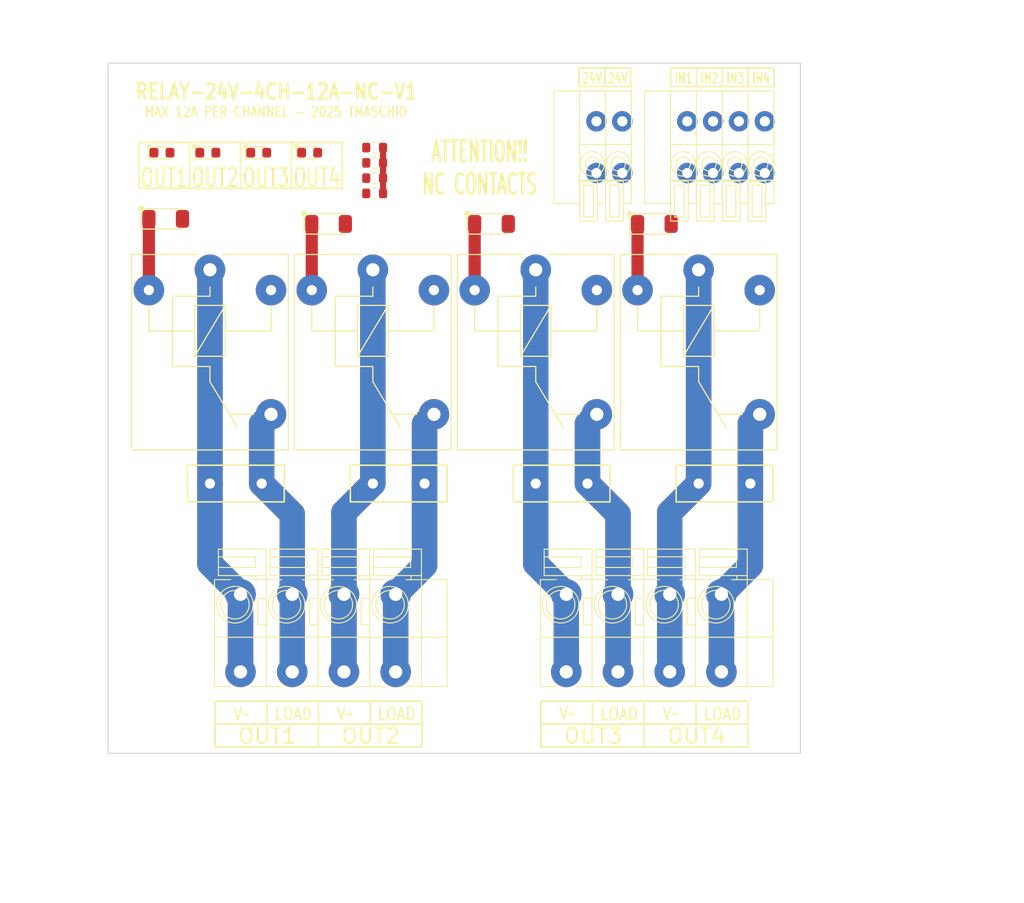
<source format=kicad_pcb>
(kicad_pcb (version 20240108) (generator "pcbnew") (generator_version "8.0")
  (title_block (title "4x 24V Relay Module") (rev "V1"))
  (layers (0 "F.Cu" signal) (31 "B.Cu" signal) (35 "F.Paste" user) (37 "F.SilkS" user "F.Silkscreen") (38 "B.Mask" user) (39 "F.Mask" user) (44 "Edge.Cuts" user))
  (net 0 "")
  (net 1 "Net-(D1-A)")
  (net 2 "+24V")
  (net 3 "Net-(D1-K)")
  (net 4 "Net-(D3-A)")
  (net 5 "Net-(D3-K)")
  (net 6 "Net-(D5-A)")
  (net 7 "Net-(D5-K)")
  (net 8 "Net-(D7-A)")
  (net 9 "Net-(D7-K)")
  (net 10 "Net-(J4-Pin_3)")
  (net 11 "Net-(J4-Pin_1)")
  (net 12 "Net-(J4-Pin_4)")
  (net 13 "Net-(J4-Pin_2)")
  (net 14 "Net-(J3-Pin_3)")
  (net 15 "Net-(J3-Pin_1)")
  (net 16 "Net-(J3-Pin_4)")
  (net 17 "Net-(J3-Pin_2)")
  (footprint "Tales:R_0603_1608Metric" (layer "F.Cu") (at 151.175 73.5 180)
    (property "Reference" "R3")
    (property "Value" "5k6/100mW")
    (pad "1" smd roundrect (at -0.825 0 180) (size 0.8 0.95) (layers "F.Cu" "F.Paste" "F.Mask") (net 2 "+24V"))
    (pad "2" smd roundrect (at 0.825 0 180) (size 0.8 0.95) (layers "F.Cu" "F.Paste" "F.Mask") (net 6 "Net-(D5-A)"))
  )
  (footprint "Tales:TerminalBlock_Dibo_DB142V-5.08-4P_1x04_P5.08mm_Vertical" (layer "F.Cu") (at 170 122)
    (property "Reference" "J4")
    (property "Value" "DB142V-5.08-4P")
    (pad "1" thru_hole circle (at 0 -7.62 180) (size 3 3) (drill 1.3) (layers "*.Cu" "*.Mask") (net 11 "Net-(J4-Pin_1)"))
    (pad "1" thru_hole circle (at 0 0 180) (size 3 3) (drill 1.3) (layers "*.Cu" "*.Mask") (net 11 "Net-(J4-Pin_1)"))
    (pad "2" thru_hole circle (at 5.08 -7.62 180) (size 3 3) (drill 1.3) (layers "*.Cu" "*.Mask") (net 13 "Net-(J4-Pin_2)"))
    (pad "2" thru_hole circle (at 5.08 0 180) (size 3 3) (drill 1.3) (layers "*.Cu" "*.Mask") (net 13 "Net-(J4-Pin_2)"))
    (pad "3" thru_hole circle (at 10.16 -7.62 180) (size 3 3) (drill 1.3) (layers "*.Cu" "*.Mask") (net 10 "Net-(J4-Pin_3)"))
    (pad "3" thru_hole circle (at 10.16 0 180) (size 3 3) (drill 1.3) (layers "*.Cu" "*.Mask") (net 10 "Net-(J4-Pin_3)"))
    (pad "4" thru_hole circle (at 15.24 -7.62 180) (size 3 3) (drill 1.3) (layers "*.Cu" "*.Mask") (net 12 "Net-(J4-Pin_4)"))
    (pad "4" thru_hole circle (at 15.24 0 180) (size 3 3) (drill 1.3) (layers "*.Cu" "*.Mask") (net 12 "Net-(J4-Pin_4)"))
  )
  (footprint "Tales:D_SOD-123" (layer "F.Cu") (at 146.65 78)
    (property "Reference" "D4")
    (property "Value" "1N4148")
    (pad "1" smd roundrect (at -1.65 0) (size 1.3 1.75) (layers "F.Cu" "F.Paste" "F.Mask") (net 2 "+24V"))
    (pad "2" smd roundrect (at 1.65 0) (size 1.3 1.75) (layers "F.Cu" "F.Paste" "F.Mask") (net 5 "Net-(D3-K)"))
  )
  (footprint "Tales:LED_0603_1608Metric" (layer "F.Cu") (at 144.7875 71)
    (property "Reference" "D7")
    (property "Value" "GREEN")
    (pad "1" smd roundrect (at -0.7875 0) (size 0.875 0.95) (layers "F.Cu" "F.Paste" "F.Mask") (net 9 "Net-(D7-K)"))
    (pad "2" smd roundrect (at 0.7875 0) (size 0.875 0.95) (layers "F.Cu" "F.Paste" "F.Mask") (net 8 "Net-(D7-A)"))
  )
  (footprint "Tales:R_0603_1608Metric" (layer "F.Cu") (at 151.175 75 180)
    (property "Reference" "R4")
    (property "Value" "5k6/100mW")
    (pad "1" smd roundrect (at -0.825 0 180) (size 0.8 0.95) (layers "F.Cu" "F.Paste" "F.Mask") (net 2 "+24V"))
    (pad "2" smd roundrect (at 0.825 0 180) (size 0.8 0.95) (layers "F.Cu" "F.Paste" "F.Mask") (net 8 "Net-(D7-A)"))
  )
  (footprint "Tales:LED_0603_1608Metric" (layer "F.Cu") (at 130.2875 71)
    (property "Reference" "D1")
    (property "Value" "GREEN")
    (pad "1" smd roundrect (at -0.7875 0) (size 0.875 0.95) (layers "F.Cu" "F.Paste" "F.Mask") (net 3 "Net-(D1-K)"))
    (pad "2" smd roundrect (at 0.7875 0) (size 0.875 0.95) (layers "F.Cu" "F.Paste" "F.Mask") (net 1 "Net-(D1-A)"))
  )
  (footprint "Tales:R_0603_1608Metric" (layer "F.Cu") (at 151.175 72 180)
    (property "Reference" "R2")
    (property "Value" "5k6/100mW")
    (pad "1" smd roundrect (at -0.825 0 180) (size 0.8 0.95) (layers "F.Cu" "F.Paste" "F.Mask") (net 2 "+24V"))
    (pad "2" smd roundrect (at 0.825 0 180) (size 0.8 0.95) (layers "F.Cu" "F.Paste" "F.Mask") (net 4 "Net-(D3-A)"))
  )
  (footprint "Tales:D_SOD-123" (layer "F.Cu") (at 130.65 77.5)
    (property "Reference" "D2")
    (property "Value" "1N4148")
    (pad "1" smd roundrect (at -1.65 0) (size 1.3 1.75) (layers "F.Cu" "F.Paste" "F.Mask") (net 2 "+24V"))
    (pad "2" smd roundrect (at 1.65 0) (size 1.3 1.75) (layers "F.Cu" "F.Paste" "F.Mask") (net 3 "Net-(D1-K)"))
  )
  (footprint "Tales:Relay_SPST_Songle_SRD_FormB" (layer "F.Cu") (at 135 82.5 -90)
    (property "Reference" "K1")
    (property "Value" "Songle_SRD_1B")
    (pad "11" thru_hole circle (at 0 0 270) (size 3 3) (drill 1.3) (layers "*.Cu" "*.Mask") (net 15 "Net-(J3-Pin_1)"))
    (pad "12" thru_hole circle (at 14.2 -6 270) (size 3 3) (drill 1.3) (layers "*.Cu" "*.Mask") (net 17 "Net-(J3-Pin_2)"))
    (pad "A1" thru_hole circle (at 2 6 270) (size 3 3) (drill 1) (layers "*.Cu" "*.Mask") (net 2 "+24V"))
    (pad "A2" thru_hole circle (at 2 -6 270) (size 3 3) (drill 1) (layers "*.Cu" "*.Mask") (net 3 "Net-(D1-K)"))
  )
  (footprint "Tales:RV_Disc_D9.50mm_W3.6mm_P5.08mm" (layer "F.Cu") (at 135 103.5)
    (property "Reference" "RV1")
    (property "Value" "275VAC")
    (pad "1" thru_hole circle (at 0 0) (size 2.5 2.5) (drill 1) (layers "*.Cu" "*.Mask") (net 15 "Net-(J3-Pin_1)"))
    (pad "2" thru_hole circle (at 5.08 0) (size 2.5 2.5) (drill 1) (layers "*.Cu" "*.Mask") (net 17 "Net-(J3-Pin_2)"))
  )
  (footprint "Tales:Relay_SPST_Songle_SRD_FormB" (layer "F.Cu") (at 151 82.5 -90)
    (property "Reference" "K2")
    (property "Value" "Songle_SRD_1B")
    (pad "11" thru_hole circle (at 0 0 270) (size 3 3) (drill 1.3) (layers "*.Cu" "*.Mask") (net 14 "Net-(J3-Pin_3)"))
    (pad "12" thru_hole circle (at 14.2 -6 270) (size 3 3) (drill 1.3) (layers "*.Cu" "*.Mask") (net 16 "Net-(J3-Pin_4)"))
    (pad "A1" thru_hole circle (at 2 6 270) (size 3 3) (drill 1) (layers "*.Cu" "*.Mask") (net 2 "+24V"))
    (pad "A2" thru_hole circle (at 2 -6 270) (size 3 3) (drill 1) (layers "*.Cu" "*.Mask") (net 5 "Net-(D3-K)"))
  )
  (footprint "Tales:Relay_SPST_Songle_SRD_FormB" (layer "F.Cu") (at 183 82.5 -90)
    (property "Reference" "K4")
    (property "Value" "Songle_SRD_1B")
    (pad "11" thru_hole circle (at 0 0 270) (size 3 3) (drill 1.3) (layers "*.Cu" "*.Mask") (net 10 "Net-(J4-Pin_3)"))
    (pad "12" thru_hole circle (at 14.2 -6 270) (size 3 3) (drill 1.3) (layers "*.Cu" "*.Mask") (net 12 "Net-(J4-Pin_4)"))
    (pad "A1" thru_hole circle (at 2 6 270) (size 3 3) (drill 1) (layers "*.Cu" "*.Mask") (net 2 "+24V"))
    (pad "A2" thru_hole circle (at 2 -6 270) (size 3 3) (drill 1) (layers "*.Cu" "*.Mask") (net 9 "Net-(D7-K)"))
  )
  (footprint "Tales:D_SOD-123" (layer "F.Cu") (at 162.65 78)
    (property "Reference" "D6")
    (property "Value" "1N4148")
    (pad "1" smd roundrect (at -1.65 0) (size 1.3 1.75) (layers "F.Cu" "F.Paste" "F.Mask") (net 2 "+24V"))
    (pad "2" smd roundrect (at 1.65 0) (size 1.3 1.75) (layers "F.Cu" "F.Paste" "F.Mask") (net 7 "Net-(D5-K)"))
  )
  (footprint "Tales:TerminalBlock_Dibo_DB142V-5.08-4P_1x04_P5.08mm_Vertical" (layer "F.Cu") (at 138 122)
    (property "Reference" "J3")
    (property "Value" "DB142V-5.08-4P")
    (pad "1" thru_hole circle (at 0 -7.62 180) (size 3 3) (drill 1.3) (layers "*.Cu" "*.Mask") (net 15 "Net-(J3-Pin_1)"))
    (pad "1" thru_hole circle (at 0 0 180) (size 3 3) (drill 1.3) (layers "*.Cu" "*.Mask") (net 15 "Net-(J3-Pin_1)"))
    (pad "2" thru_hole circle (at 5.08 -7.62 180) (size 3 3) (drill 1.3) (layers "*.Cu" "*.Mask") (net 17 "Net-(J3-Pin_2)"))
    (pad "2" thru_hole circle (at 5.08 0 180) (size 3 3) (drill 1.3) (layers "*.Cu" "*.Mask") (net 17 "Net-(J3-Pin_2)"))
    (pad "3" thru_hole circle (at 10.16 -7.62 180) (size 3 3) (drill 1.3) (layers "*.Cu" "*.Mask") (net 14 "Net-(J3-Pin_3)"))
    (pad "3" thru_hole circle (at 10.16 0 180) (size 3 3) (drill 1.3) (layers "*.Cu" "*.Mask") (net 14 "Net-(J3-Pin_3)"))
    (pad "4" thru_hole circle (at 15.24 -7.62 180) (size 3 3) (drill 1.3) (layers "*.Cu" "*.Mask") (net 16 "Net-(J3-Pin_4)"))
    (pad "4" thru_hole circle (at 15.24 0 180) (size 3 3) (drill 1.3) (layers "*.Cu" "*.Mask") (net 16 "Net-(J3-Pin_4)"))
  )
  (footprint "Tales:LED_0603_1608Metric" (layer "F.Cu") (at 134.7875 71)
    (property "Reference" "D3")
    (property "Value" "GREEN")
    (pad "1" smd roundrect (at -0.7875 0) (size 0.875 0.95) (layers "F.Cu" "F.Paste" "F.Mask") (net 5 "Net-(D3-K)"))
    (pad "2" smd roundrect (at 0.7875 0) (size 0.875 0.95) (layers "F.Cu" "F.Paste" "F.Mask") (net 4 "Net-(D3-A)"))
  )
  (footprint "Tales:RV_Disc_D9.50mm_W3.6mm_P5.08mm" (layer "F.Cu") (at 183 103.5)
    (property "Reference" "RV4")
    (property "Value" "275VAC")
    (pad "1" thru_hole circle (at 0 0) (size 2.5 2.5) (drill 1) (layers "*.Cu" "*.Mask") (net 10 "Net-(J4-Pin_3)"))
    (pad "2" thru_hole circle (at 5.08 0) (size 2.5 2.5) (drill 1) (layers "*.Cu" "*.Mask") (net 12 "Net-(J4-Pin_4)"))
  )
  (footprint "Tales:RV_Disc_D9.50mm_W3.6mm_P5.08mm" (layer "F.Cu") (at 151 103.5)
    (property "Reference" "RV2")
    (property "Value" "275VAC")
    (pad "1" thru_hole circle (at 0 0) (size 2.5 2.5) (drill 1) (layers "*.Cu" "*.Mask") (net 14 "Net-(J3-Pin_3)"))
    (pad "2" thru_hole circle (at 5.08 0) (size 2.5 2.5) (drill 1) (layers "*.Cu" "*.Mask") (net 16 "Net-(J3-Pin_4)"))
  )
  (footprint "Tales:D_SOD-123" (layer "F.Cu") (at 178.65 78)
    (property "Reference" "D8")
    (property "Value" "1N4148")
    (pad "1" smd roundrect (at -1.65 0) (size 1.3 1.75) (layers "F.Cu" "F.Paste" "F.Mask") (net 2 "+24V"))
    (pad "2" smd roundrect (at 1.65 0) (size 1.3 1.75) (layers "F.Cu" "F.Paste" "F.Mask") (net 9 "Net-(D7-K)"))
  )
  (footprint "Tales:RV_Disc_D9.50mm_W3.6mm_P5.08mm" (layer "F.Cu") (at 167 103.5)
    (property "Reference" "RV3")
    (property "Value" "275VAC")
    (pad "1" thru_hole circle (at 0 0) (size 2.5 2.5) (drill 1) (layers "*.Cu" "*.Mask") (net 11 "Net-(J4-Pin_1)"))
    (pad "2" thru_hole circle (at 5.08 0) (size 2.5 2.5) (drill 1) (layers "*.Cu" "*.Mask") (net 13 "Net-(J4-Pin_2)"))
  )
  (footprint "Tales:TerminalBlock_Dibo_DB141V-2.54-4P_1x04_P2.54mm_Vertical" (layer "F.Cu") (at 189.5 67.92 180)
    (property "Reference" "J2")
    (property "Value" "DB141V-2.54-4P")
    (pad "1" thru_hole circle (at 0 -5.08) (size 2 2) (drill 1) (layers "*.Cu" "*.Mask") (net 3 "Net-(D1-K)"))
    (pad "1" thru_hole circle (at 0 0) (size 2 2) (drill 1) (layers "*.Cu" "*.Mask") (net 3 "Net-(D1-K)"))
    (pad "2" thru_hole circle (at 2.54 -5.08) (size 2 2) (drill 1) (layers "*.Cu" "*.Mask") (net 5 "Net-(D3-K)"))
    (pad "2" thru_hole circle (at 2.54 0) (size 2 2) (drill 1) (layers "*.Cu" "*.Mask") (net 5 "Net-(D3-K)"))
    (pad "3" thru_hole circle (at 5.08 -5.08) (size 2 2) (drill 1) (layers "*.Cu" "*.Mask") (net 7 "Net-(D5-K)"))
    (pad "3" thru_hole circle (at 5.08 0) (size 2 2) (drill 1) (layers "*.Cu" "*.Mask") (net 7 "Net-(D5-K)"))
    (pad "4" thru_hole circle (at 7.62 -5.08) (size 2 2) (drill 1) (layers "*.Cu" "*.Mask") (net 9 "Net-(D7-K)"))
    (pad "4" thru_hole circle (at 7.62 0) (size 2 2) (drill 1) (layers "*.Cu" "*.Mask") (net 9 "Net-(D7-K)"))
  )
  (footprint "Tales:R_0603_1608Metric" (layer "F.Cu") (at 151.175 70.5 180)
    (property "Reference" "R1")
    (property "Value" "5k6/100mW")
    (pad "1" smd roundrect (at -0.825 0 180) (size 0.8 0.95) (layers "F.Cu" "F.Paste" "F.Mask") (net 2 "+24V"))
    (pad "2" smd roundrect (at 0.825 0 180) (size 0.8 0.95) (layers "F.Cu" "F.Paste" "F.Mask") (net 1 "Net-(D1-A)"))
  )
  (footprint "Tales:Relay_SPST_Songle_SRD_FormB" (layer "F.Cu") (at 167 82.5 -90)
    (property "Reference" "K3")
    (property "Value" "Songle_SRD_1B")
    (pad "11" thru_hole circle (at 0 0 270) (size 3 3) (drill 1.3) (layers "*.Cu" "*.Mask") (net 11 "Net-(J4-Pin_1)"))
    (pad "12" thru_hole circle (at 14.2 -6 270) (size 3 3) (drill 1.3) (layers "*.Cu" "*.Mask") (net 13 "Net-(J4-Pin_2)"))
    (pad "A1" thru_hole circle (at 2 6 270) (size 3 3) (drill 1) (layers "*.Cu" "*.Mask") (net 2 "+24V"))
    (pad "A2" thru_hole circle (at 2 -6 270) (size 3 3) (drill 1) (layers "*.Cu" "*.Mask") (net 7 "Net-(D5-K)"))
  )
  (footprint "Tales:TerminalBlock_Dibo_DB141V-2.54-2P_1x02_P2.54mm_Vertical" (layer "F.Cu") (at 175.5 67.92 180)
    (property "Reference" "J1")
    (property "Value" "DB141V-2.54-2P")
    (pad "1" thru_hole circle (at 0 -5.08) (size 2 2) (drill 1) (layers "*.Cu" "*.Mask") (net 2 "+24V"))
    (pad "1" thru_hole circle (at 0 0) (size 2 2) (drill 1) (layers "*.Cu" "*.Mask") (net 2 "+24V"))
    (pad "2" thru_hole circle (at 2.54 -5.08) (size 2 2) (drill 1) (layers "*.Cu" "*.Mask") (net 2 "+24V"))
    (pad "2" thru_hole circle (at 2.54 0) (size 2 2) (drill 1) (layers "*.Cu" "*.Mask") (net 2 "+24V"))
  )
  (footprint "Tales:LED_0603_1608Metric" (layer "F.Cu") (at 139.7875 71)
    (property "Reference" "D5")
    (property "Value" "GREEN")
    (pad "1" smd roundrect (at -0.7875 0) (size 0.875 0.95) (layers "F.Cu" "F.Paste" "F.Mask") (net 7 "Net-(D5-K)"))
    (pad "2" smd roundrect (at 0.7875 0) (size 0.875 0.95) (layers "F.Cu" "F.Paste" "F.Mask") (net 6 "Net-(D5-A)"))
  )
  (gr_rect (start 171.25 62.68) (end 176.33 64.5) (stroke (width 0.15)) (fill none) (layer "F.SilkS"))
  (gr_line (start 143 74.5) (end 143 70) (stroke (width 0.15)) (layer "F.SilkS"))
  (gr_line (start 150.74 124.88) (end 150.74 127.13) (stroke (width 0.15)) (layer "F.SilkS"))
  (gr_line (start 135.5 124.88) (end 155.82 124.88) (stroke (width 0.15)) (layer "F.SilkS"))
  (gr_line (start 182.79 64.5) (end 182.79 62.68) (stroke (width 0.15)) (layer "F.SilkS"))
  (gr_line (start 155.82 124.88) (end 155.82 129.38) (stroke (width 0.15)) (layer "F.SilkS"))
  (gr_line (start 128 70) (end 148 70) (stroke (width 0.15)) (layer "F.SilkS"))
  (gr_line (start 187.87 64.48) (end 187.87 62.68) (stroke (width 0.15)) (layer "F.SilkS"))
  (gr_line (start 167.5 124.88) (end 187.82 124.88) (stroke (width 0.15)) (layer "F.SilkS"))
  (gr_line (start 167.5 127.13) (end 187.82 127.13) (stroke (width 0.15)) (layer "F.SilkS"))
  (gr_line (start 148 74.5) (end 128 74.5) (stroke (width 0.15)) (layer "F.SilkS"))
  (gr_line (start 182.74 124.88) (end 182.74 127.13) (stroke (width 0.15)) (layer "F.SilkS"))
  (gr_line (start 177.66 124.88) (end 177.66 129.38) (stroke (width 0.15)) (layer "F.SilkS"))
  (gr_line (start 185.33 64.48) (end 185.33 62.68) (stroke (width 0.15)) (layer "F.SilkS"))
  (gr_line (start 167.5 124.88) (end 167.5 129.38) (stroke (width 0.15)) (layer "F.SilkS"))
  (gr_rect (start 180.25 62.68) (end 190.41 64.5) (stroke (width 0.15)) (fill none) (layer "F.SilkS"))
  (gr_line (start 167.5 127.13) (end 167.5 129.38) (stroke (width 0.15)) (layer "F.SilkS"))
  (gr_line (start 138 74.5) (end 138 70) (stroke (width 0.15)) (layer "F.SilkS"))
  (gr_line (start 148 70) (end 148 74.5) (stroke (width 0.15)) (layer "F.SilkS"))
  (gr_line (start 187.82 124.88) (end 187.82 129.38) (stroke (width 0.15)) (layer "F.SilkS"))
  (gr_line (start 135.5 127.13) (end 135.5 129.38) (stroke (width 0.15)) (layer "F.SilkS"))
  (gr_line (start 133 70) (end 133 74.5) (stroke (width 0.15)) (layer "F.SilkS"))
  (gr_line (start 145.66 124.88) (end 145.66 129.38) (stroke (width 0.15)) (layer "F.SilkS"))
  (gr_line (start 135.5 124.88) (end 135.5 129.38) (stroke (width 0.15)) (layer "F.SilkS"))
  (gr_line (start 140.58 124.88) (end 140.58 127.13) (stroke (width 0.15)) (layer "F.SilkS"))
  (gr_line (start 128 74.5) (end 128 70) (stroke (width 0.15)) (layer "F.SilkS"))
  (gr_line (start 135.5 127.13) (end 155.82 127.13) (stroke (width 0.15)) (layer "F.SilkS"))
  (gr_line (start 167.5 129.38) (end 187.82 129.38) (stroke (width 0.15)) (layer "F.SilkS"))
  (gr_line (start 173.79 64.48) (end 173.79 62.68) (stroke (width 0.15)) (layer "F.SilkS"))
  (gr_line (start 172.58 124.88) (end 172.58 127.13) (stroke (width 0.15)) (layer "F.SilkS"))
  (gr_line (start 135.5 129.38) (end 155.82 129.38) (stroke (width 0.15)) (layer "F.SilkS"))
  (gr_rect (start 125 62.2) (end 193 130) (stroke (width 0.1)) (fill none) (layer "Edge.Cuts"))
  (gr_text "V~" (at 138.1 126.13 0) (layer "F.SilkS") (effects (font (size 1.2 1))))
  (gr_text "IN1" (at 181.52 64.28 0) (layer "F.SilkS") (effects (font (size 1 0.7) (thickness 0.15) (bold yes)) (justify bottom)))
  (gr_text "ATTENTION!!\nNC CONTACTS" (at 161.5 72.5 0) (layer "F.SilkS") (effects (font (size 2 1.1) (thickness 0.25) (bold yes))))
  (gr_text "OUT3" (at 140.5 74.5 0) (layer "F.SilkS") (effects (font (size 1.8 1.2) (thickness 0.2)) (justify bottom)))
  (gr_text "LOAD" (at 185.34 126.13 0) (layer "F.SilkS") (effects (font (size 1.2 1))))
  (gr_text "LOAD" (at 143.18 126.13 0) (layer "F.SilkS") (effects (font (size 1.2 1))))
  (gr_text "IN4" (at 189.14 64.28 0) (layer "F.SilkS") (effects (font (size 1 0.7) (thickness 0.15) (bold yes)) (justify bottom)))
  (gr_text "LOAD" (at 153.34 126.13 0) (layer "F.SilkS") (effects (font (size 1.2 1))))
  (gr_text "OUT2" (at 150.8 128.28 0) (layer "F.SilkS") (effects (font (size 1.5 1.5) (thickness 0.2))))
  (gr_text "V~" (at 170.1 126.13 0) (layer "F.SilkS") (effects (font (size 1.2 1))))
  (gr_text "V~" (at 148.26 126.13 0) (layer "F.SilkS") (effects (font (size 1.2 1))))
  (gr_text "V~" (at 180.26 126.13 0) (layer "F.SilkS") (effects (font (size 1.2 1))))
  (gr_text "OUT2" (at 135.5 74.5 0) (layer "F.SilkS") (effects (font (size 1.8 1.2) (thickness 0.2)) (justify bottom)))
  (gr_text "OUT4" (at 182.8 128.28 0) (layer "F.SilkS") (effects (font (size 1.5 1.5) (thickness 0.2))))
  (gr_text "OUT4" (at 145.5 74.5 0) (layer "F.SilkS") (effects (font (size 1.8 1.2) (thickness 0.2)) (justify bottom)))
  (gr_text "OUT1" (at 130.5 74.5 0) (layer "F.SilkS") (effects (font (size 1.8 1.2) (thickness 0.2)) (justify bottom)))
  (gr_text "OUT1" (at 140.64 128.28 0) (layer "F.SilkS") (effects (font (size 1.5 1.5) (thickness 0.2))))
  (gr_text "RELAY-24V-4CH-12A-NC-V1" (at 141.5 65 0) (layer "F.SilkS") (effects (font (size 1.5 1.2) (thickness 0.25) (bold yes))))
  (gr_text "24V" (at 172.52 64.28 0) (layer "F.SilkS") (effects (font (size 1 0.7) (thickness 0.15) (bold yes)) (justify bottom)))
  (gr_text "IN3" (at 186.6 64.28 0) (layer "F.SilkS") (effects (font (size 1 0.7) (thickness 0.15) (bold yes)) (justify bottom)))
  (gr_text "24V" (at 175.06 64.28 0) (layer "F.SilkS") (effects (font (size 1 0.7) (thickness 0.15) (bold yes)) (justify bottom)))
  (gr_text "OUT3" (at 172.64 128.28 0) (layer "F.SilkS") (effects (font (size 1.5 1.5) (thickness 0.2))))
  (gr_text "IN2" (at 184.06 64.28 0) (layer "F.SilkS") (effects (font (size 1 0.7) (thickness 0.15) (bold yes)) (justify bottom)))
  (gr_text "LOAD" (at 175.18 126.13 0) (layer "F.SilkS") (effects (font (size 1.2 1))))
  (gr_text "MAX 12A PER CHANNEL - 2025 TMASCHIO" (at 141.5 67 0) (layer "F.SilkS") (effects (font (size 1 0.8))))
  (segment (start 152 75) (end 152 73.5) (width 0.6) (layer "F.Cu") (net 2))
  (segment (start 145 78) (end 145 84.5) (width 1.2) (layer "F.Cu") (net 2))
  (segment (start 129 77.5) (end 129 84.5) (width 1.2) (layer "F.Cu") (net 2))
  (segment (start 152 73.5) (end 152 72) (width 0.6) (layer "F.Cu") (net 2))
  (segment (start 177 78) (end 177 84.5) (width 1.2) (layer "F.Cu") (net 2))
  (segment (start 152 72) (end 152 70.5) (width 0.6) (layer "F.Cu") (net 2))
  (segment (start 161 78) (end 161 84.5) (width 1.2) (layer "F.Cu") (net 2))
  (segment (start 180.16 114.38) (end 180.16 122) (width 2.5) (layer "F.Cu") (net 10))
  (segment (start 180.16 106.34) (end 183 103.5) (width 2.5) (layer "F.Cu") (net 10))
  (segment (start 180.16 114.38) (end 180.16 106.34) (width 2.5) (layer "F.Cu") (net 10))
  (segment (start 183 82.5) (end 183 103.5) (width 2.5) (layer "F.Cu") (net 10))
  (segment (start 180.16 106.34) (end 183 103.5) (width 2.5) (layer "B.Cu") (net 10))
  (segment (start 183 82.5) (end 183 103.5) (width 2.5) (layer "B.Cu") (net 10))
  (segment (start 180.16 114.38) (end 180.16 106.34) (width 2.5) (layer "B.Cu") (net 10))
  (segment (start 180.16 122) (end 180.16 114.38) (width 2.5) (layer "B.Cu") (net 10))
  (segment (start 167 111.38) (end 170 114.38) (width 2.5) (layer "F.Cu") (net 11))
  (segment (start 167 82.5) (end 167 103.5) (width 2.5) (layer "F.Cu") (net 11))
  (segment (start 170 114.38) (end 170 122) (width 2.5) (layer "F.Cu") (net 11))
  (segment (start 167 103.5) (end 167 111.38) (width 2.5) (layer "F.Cu") (net 11))
  (segment (start 167 103.5) (end 167 111.38) (width 2.5) (layer "B.Cu") (net 11))
  (segment (start 167 111.38) (end 170 114.38) (width 2.5) (layer "B.Cu") (net 11))
  (segment (start 170 114.38) (end 170 122) (width 2.5) (layer "B.Cu") (net 11))
  (segment (start 167 82.5) (end 167 103.5) (width 2.5) (layer "B.Cu") (net 11))
  (segment (start 185.24 114.38) (end 185.24 122) (width 2.5) (layer "F.Cu") (net 12))
  (segment (start 188.08 103.5) (end 188.08 97.62) (width 2.5) (layer "F.Cu") (net 12))
  (segment (start 188.08 97.62) (end 189 96.7) (width 2.5) (layer "F.Cu") (net 12))
  (segment (start 188.08 111.54) (end 185.24 114.38) (width 2.5) (layer "F.Cu") (net 12))
  (segment (start 188.08 103.5) (end 188.08 111.54) (width 2.5) (layer "F.Cu") (net 12))
  (segment (start 185.24 114.38) (end 185.24 122) (width 2.5) (layer "B.Cu") (net 12))
  (segment (start 188.08 103.5) (end 188.08 111.54) (width 2.5) (layer "B.Cu") (net 12))
  (segment (start 188.08 111.54) (end 185.24 114.38) (width 2.5) (layer "B.Cu") (net 12))
  (segment (start 188.08 103.5) (end 188.08 97.62) (width 2.5) (layer "B.Cu") (net 12))
  (segment (start 188.08 97.62) (end 189 96.7) (width 2.5) (layer "B.Cu") (net 12))
  (segment (start 175.08 114.38) (end 175.08 122) (width 2.5) (layer "F.Cu") (net 13))
  (segment (start 175.08 114.38) (end 175.08 106.5) (width 2.5) (layer "F.Cu") (net 13))
  (segment (start 172.08 103.5) (end 172.08 97.62) (width 2.5) (layer "F.Cu") (net 13))
  (segment (start 175.08 106.5) (end 172.08 103.5) (width 2.5) (layer "F.Cu") (net 13))
  (segment (start 172.08 97.62) (end 173 96.7) (width 2.5) (layer "F.Cu") (net 13))
  (segment (start 175.08 114.38) (end 175.08 122) (width 2.5) (layer "B.Cu") (net 13))
  (segment (start 175.08 114.38) (end 175.08 106.5) (width 2.5) (layer "B.Cu") (net 13))
  (segment (start 172.08 97.62) (end 173 96.7) (width 2.5) (layer "B.Cu") (net 13))
  (segment (start 172.08 103.5) (end 172.08 97.62) (width 2.5) (layer "B.Cu") (net 13))
  (segment (start 175.08 106.5) (end 172.08 103.5) (width 2.5) (layer "B.Cu") (net 13))
  (segment (start 148.16 114.38) (end 148.16 122) (width 2.5) (layer "F.Cu") (net 14))
  (segment (start 148.16 106.34) (end 151 103.5) (width 2.5) (layer "F.Cu") (net 14))
  (segment (start 148.16 114.38) (end 148.16 106.34) (width 2.5) (layer "F.Cu") (net 14))
  (segment (start 151 82.5) (end 151 103.5) (width 2.5) (layer "F.Cu") (net 14))
  (segment (start 148.16 114.38) (end 148.16 106.34) (width 2.5) (layer "B.Cu") (net 14))
  (segment (start 148.16 106.34) (end 151 103.5) (width 2.5) (layer "B.Cu") (net 14))
  (segment (start 148.16 114.38) (end 148.16 122) (width 2.5) (layer "B.Cu") (net 14))
  (segment (start 151 82.5) (end 151 103.5) (width 2.5) (layer "B.Cu") (net 14))
  (segment (start 135 111.38) (end 138 114.38) (width 2.5) (layer "F.Cu") (net 15))
  (segment (start 135 82.5) (end 135 103.5) (width 2.5) (layer "F.Cu") (net 15))
  (segment (start 135 103.5) (end 135 111.38) (width 2.5) (layer "F.Cu") (net 15))
  (segment (start 138 114.38) (end 138 122) (width 2.5) (layer "F.Cu") (net 15))
  (segment (start 135 103.5) (end 135 111.38) (width 2.5) (layer "B.Cu") (net 15))
  (segment (start 138 122) (end 138 114.38) (width 2.5) (layer "B.Cu") (net 15))
  (segment (start 135 111.38) (end 138 114.38) (width 2.5) (layer "B.Cu") (net 15))
  (segment (start 135 82.5) (end 135 103.5) (width 2.5) (layer "B.Cu") (net 15))
  (segment (start 156.08 103.5) (end 156.08 97.62) (width 2.5) (layer "F.Cu") (net 16))
  (segment (start 156.08 97.62) (end 157 96.7) (width 2.5) (layer "F.Cu") (net 16))
  (segment (start 153.24 114.38) (end 153.24 122) (width 2.5) (layer "F.Cu") (net 16))
  (segment (start 156.08 103.5) (end 156.08 111.54) (width 2.5) (layer "F.Cu") (net 16))
  (segment (start 156.08 111.54) (end 153.24 114.38) (width 2.5) (layer "F.Cu") (net 16))
  (segment (start 156.08 111.54) (end 153.24 114.38) (width 2.5) (layer "B.Cu") (net 16))
  (segment (start 156.08 97.62) (end 157 96.7) (width 2.5) (layer "B.Cu") (net 16))
  (segment (start 156.08 103.5) (end 156.08 97.62) (width 2.5) (layer "B.Cu") (net 16))
  (segment (start 153.24 114.38) (end 153.24 122) (width 2.5) (layer "B.Cu") (net 16))
  (segment (start 156.08 103.5) (end 156.08 111.54) (width 2.5) (layer "B.Cu") (net 16))
  (segment (start 143.08 114.38) (end 143.08 106.5) (width 2.5) (layer "F.Cu") (net 17))
  (segment (start 140.08 103.5) (end 140.08 97.62) (width 2.5) (layer "F.Cu") (net 17))
  (segment (start 143.08 106.5) (end 140.08 103.5) (width 2.5) (layer "F.Cu") (net 17))
  (segment (start 140.08 97.62) (end 141 96.7) (width 2.5) (layer "F.Cu") (net 17))
  (segment (start 143.08 114.38) (end 143.08 122) (width 2.5) (layer "F.Cu") (net 17))
  (segment (start 143.08 114.38) (end 143.08 106.5) (width 2.5) (layer "B.Cu") (net 17))
  (segment (start 140.08 103.5) (end 140.08 97.62) (width 2.5) (layer "B.Cu") (net 17))
  (segment (start 143.08 106.5) (end 140.08 103.5) (width 2.5) (layer "B.Cu") (net 17))
  (segment (start 140.08 97.62) (end 141 96.7) (width 2.5) (layer "B.Cu") (net 17))
  (segment (start 143.08 114.38) (end 143.08 122) (width 2.5) (layer "B.Cu") (net 17))
)
</source>
